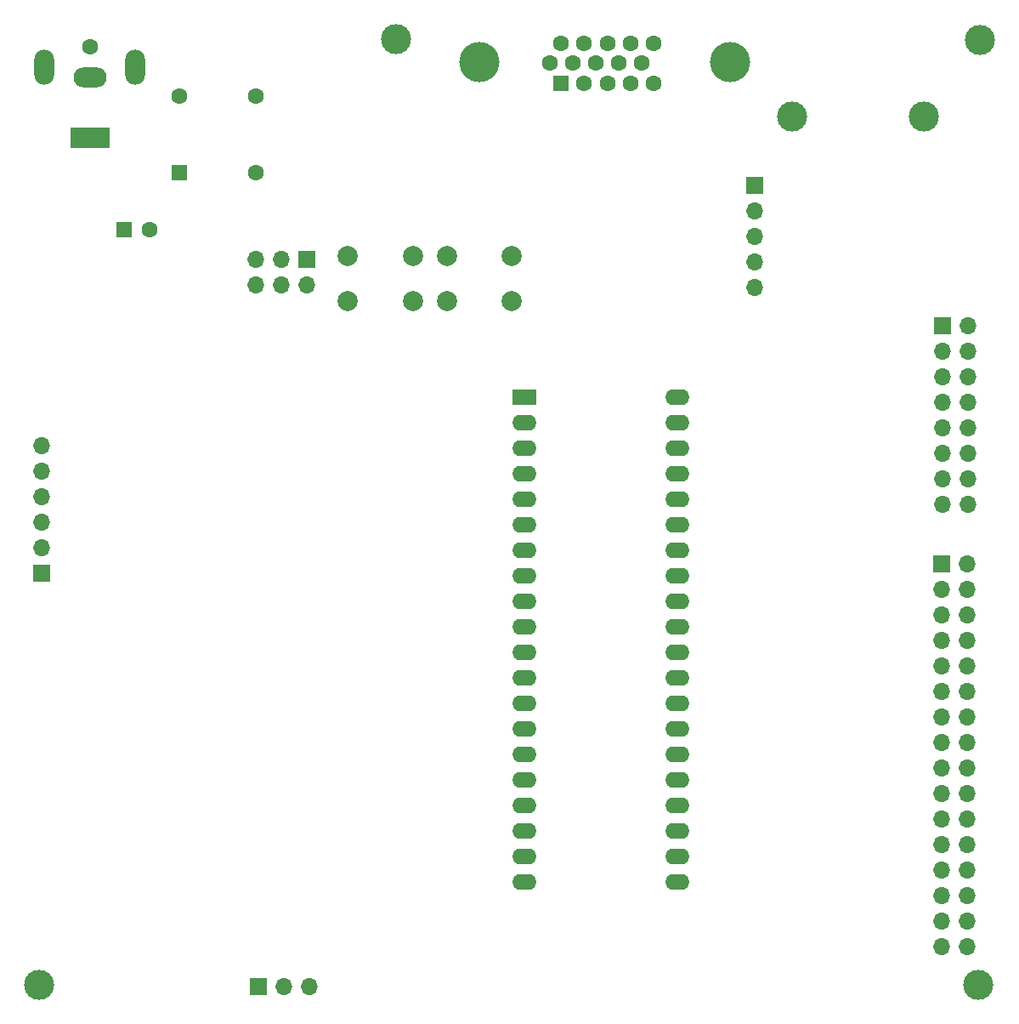
<source format=gbs>
G04 #@! TF.GenerationSoftware,KiCad,Pcbnew,6.0.4-1.fc35*
G04 #@! TF.CreationDate,2022-05-03T00:18:17+05:30*
G04 #@! TF.ProjectId,8puter,38707574-6572-42e6-9b69-6361645f7063,rev?*
G04 #@! TF.SameCoordinates,Original*
G04 #@! TF.FileFunction,Soldermask,Bot*
G04 #@! TF.FilePolarity,Negative*
%FSLAX46Y46*%
G04 Gerber Fmt 4.6, Leading zero omitted, Abs format (unit mm)*
G04 Created by KiCad (PCBNEW 6.0.4-1.fc35) date 2022-05-03 00:18:17*
%MOMM*%
%LPD*%
G01*
G04 APERTURE LIST*
%ADD10R,1.700000X1.700000*%
%ADD11O,1.700000X1.700000*%
%ADD12C,2.000000*%
%ADD13C,3.000000*%
%ADD14R,2.400000X1.600000*%
%ADD15O,2.400000X1.600000*%
%ADD16C,1.600000*%
%ADD17R,1.600000X1.600000*%
%ADD18C,4.000000*%
%ADD19R,4.000000X2.000000*%
%ADD20O,3.300000X2.000000*%
%ADD21O,2.000000X3.500000*%
G04 APERTURE END LIST*
D10*
X197840000Y-66380000D03*
D11*
X200380000Y-66380000D03*
X197840000Y-68920000D03*
X200380000Y-68920000D03*
X197840000Y-71460000D03*
X200380000Y-71460000D03*
X197840000Y-74000000D03*
X200380000Y-74000000D03*
X197840000Y-76540000D03*
X200380000Y-76540000D03*
X197840000Y-79080000D03*
X200380000Y-79080000D03*
X197840000Y-81620000D03*
X200380000Y-81620000D03*
X197840000Y-84160000D03*
X200380000Y-84160000D03*
D12*
X148494214Y-59455786D03*
X154994214Y-59455786D03*
X148494214Y-63955786D03*
X154994214Y-63955786D03*
D13*
X107902000Y-131955000D03*
D10*
X129735000Y-132180000D03*
D11*
X132275000Y-132180000D03*
X134815000Y-132180000D03*
D14*
X156222000Y-73445000D03*
D15*
X156222000Y-75985000D03*
X156222000Y-78525000D03*
X156222000Y-81065000D03*
X156222000Y-83605000D03*
X156222000Y-86145000D03*
X156222000Y-88685000D03*
X156222000Y-91225000D03*
X156222000Y-93765000D03*
X156222000Y-96305000D03*
X156222000Y-98845000D03*
X156222000Y-101385000D03*
X156222000Y-103925000D03*
X156222000Y-106465000D03*
X156222000Y-109005000D03*
X156222000Y-111545000D03*
X156222000Y-114085000D03*
X156222000Y-116625000D03*
X156222000Y-119165000D03*
X156222000Y-121705000D03*
X171462000Y-121705000D03*
X171462000Y-119165000D03*
X171462000Y-116625000D03*
X171462000Y-114085000D03*
X171462000Y-111545000D03*
X171462000Y-109005000D03*
X171462000Y-106465000D03*
X171462000Y-103925000D03*
X171462000Y-101385000D03*
X171462000Y-98845000D03*
X171462000Y-96305000D03*
X171462000Y-93765000D03*
X171462000Y-91225000D03*
X171462000Y-88685000D03*
X171462000Y-86145000D03*
X171462000Y-83605000D03*
X171462000Y-81065000D03*
X171462000Y-78525000D03*
X171462000Y-75985000D03*
X171462000Y-73445000D03*
D13*
X201402000Y-131955000D03*
D10*
X179150000Y-52415000D03*
D11*
X179150000Y-54955000D03*
X179150000Y-57495000D03*
X179150000Y-60035000D03*
X179150000Y-62575000D03*
D16*
X118844888Y-56810000D03*
D17*
X116344888Y-56810000D03*
D18*
X176715000Y-40150331D03*
X151715000Y-40150331D03*
D17*
X159900000Y-42200331D03*
D16*
X162190000Y-42200331D03*
X164480000Y-42200331D03*
X166770000Y-42200331D03*
X169060000Y-42200331D03*
X158755000Y-40220331D03*
X161045000Y-40220331D03*
X163335000Y-40220331D03*
X165625000Y-40220331D03*
X167915000Y-40220331D03*
X159900000Y-38240331D03*
X162190000Y-38240331D03*
X164480000Y-38240331D03*
X166770000Y-38240331D03*
X169060000Y-38240331D03*
D10*
X108160000Y-90970000D03*
D11*
X108160000Y-88430000D03*
X108160000Y-85890000D03*
X108160000Y-83350000D03*
X108160000Y-80810000D03*
X108160000Y-78270000D03*
D10*
X197800000Y-90050000D03*
D11*
X200340000Y-90050000D03*
X197800000Y-92590000D03*
X200340000Y-92590000D03*
X197800000Y-95130000D03*
X200340000Y-95130000D03*
X197800000Y-97670000D03*
X200340000Y-97670000D03*
X197800000Y-100210000D03*
X200340000Y-100210000D03*
X197800000Y-102750000D03*
X200340000Y-102750000D03*
X197800000Y-105290000D03*
X200340000Y-105290000D03*
X197800000Y-107830000D03*
X200340000Y-107830000D03*
X197800000Y-110370000D03*
X200340000Y-110370000D03*
X197800000Y-112910000D03*
X200340000Y-112910000D03*
X197800000Y-115450000D03*
X200340000Y-115450000D03*
X197800000Y-117990000D03*
X200340000Y-117990000D03*
X197800000Y-120530000D03*
X200340000Y-120530000D03*
X197800000Y-123070000D03*
X200340000Y-123070000D03*
X197800000Y-125610000D03*
X200340000Y-125610000D03*
X197800000Y-128150000D03*
X200340000Y-128150000D03*
D13*
X143402000Y-37855000D03*
D16*
X112920000Y-38640000D03*
D19*
X112920000Y-47640000D03*
D20*
X112920000Y-41640000D03*
D21*
X117420000Y-40640000D03*
X108420000Y-40640000D03*
D12*
X145100000Y-63944226D03*
X138600000Y-63944226D03*
X138600000Y-59444226D03*
X145100000Y-59444226D03*
D10*
X134550000Y-59765000D03*
D11*
X134550000Y-62305000D03*
X132010000Y-59765000D03*
X132010000Y-62305000D03*
X129470000Y-59765000D03*
X129470000Y-62305000D03*
D13*
X182905001Y-45534999D03*
X196045001Y-45534999D03*
X201602000Y-37955000D03*
D17*
X121810000Y-51110000D03*
D16*
X129430000Y-51110000D03*
X129430000Y-43490000D03*
X121810000Y-43490000D03*
M02*

</source>
